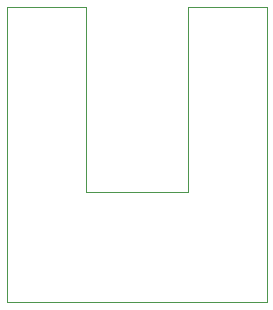
<source format=gbr>
%TF.GenerationSoftware,KiCad,Pcbnew,9.0.5*%
%TF.CreationDate,2025-11-21T21:53:36+01:00*%
%TF.ProjectId,keyballTrackballPCB,6b657962-616c-46c5-9472-61636b62616c,1.0*%
%TF.SameCoordinates,Original*%
%TF.FileFunction,Profile,NP*%
%FSLAX46Y46*%
G04 Gerber Fmt 4.6, Leading zero omitted, Abs format (unit mm)*
G04 Created by KiCad (PCBNEW 9.0.5) date 2025-11-21 21:53:36*
%MOMM*%
%LPD*%
G01*
G04 APERTURE LIST*
%TA.AperFunction,Profile*%
%ADD10C,0.050000*%
%TD*%
G04 APERTURE END LIST*
D10*
X84000000Y-79800000D02*
X84000000Y-104800000D01*
X99300000Y-95500000D02*
X99300000Y-79800000D01*
X84000000Y-104800000D02*
X106000000Y-104800000D01*
X90700000Y-95500000D02*
X99300000Y-95500000D01*
X90700000Y-79800000D02*
X90700000Y-95500000D01*
X106000000Y-79800000D02*
X106000000Y-104800000D01*
X99300000Y-79800000D02*
X106000000Y-79800000D01*
X84000000Y-79800000D02*
X90700000Y-79800000D01*
M02*

</source>
